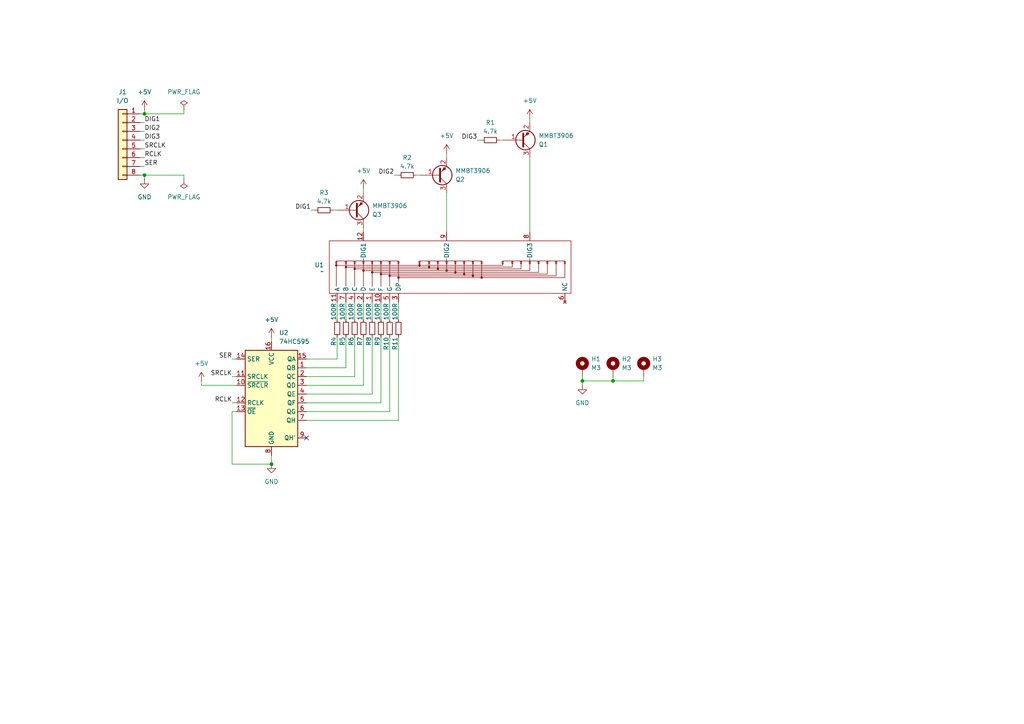
<source format=kicad_sch>
(kicad_sch (version 20231120) (generator "eeschema") (generator_version "8.0")
  (paper "A4")
  (lib_symbols
    (symbol "74xx:74HC595"
      (property "Reference" "U" (at -7.62 13.97 0))
      (property "Value" "74HC595" (at -7.62 -16.51 0))
      (symbol "74HC595_1_0"
        (pin tri_state line (at 10.16 7.62 180) (length 2.54) (name "QB") (number "1"))
        (pin input line (at -10.16 2.54 0) (length 2.54) (name "~{SRCLR}") (number "10"))
        (pin input line (at -10.16 5.08 0) (length 2.54) (name "SRCLK") (number "11"))
        (pin input line (at -10.16 -2.54 0) (length 2.54) (name "RCLK") (number "12"))
        (pin input line (at -10.16 -5.08 0) (length 2.54) (name "~{OE}") (number "13"))
        (pin input line (at -10.16 10.16 0) (length 2.54) (name "SER") (number "14"))
        (pin tri_state line (at 10.16 10.16 180) (length 2.54) (name "QA") (number "15"))
        (pin power_in line (at 0 15.24 270) (length 2.54) (name "VCC") (number "16"))
        (pin tri_state line (at 10.16 5.08 180) (length 2.54) (name "QC") (number "2"))
        (pin tri_state line (at 10.16 2.54 180) (length 2.54) (name "QD") (number "3"))
        (pin tri_state line (at 10.16 0 180) (length 2.54) (name "QE") (number "4"))
        (pin tri_state line (at 10.16 -2.54 180) (length 2.54) (name "QF") (number "5"))
        (pin tri_state line (at 10.16 -5.08 180) (length 2.54) (name "QG") (number "6"))
        (pin tri_state line (at 10.16 -7.62 180) (length 2.54) (name "QH") (number "7"))
        (pin power_in line (at 0 -17.78 90) (length 2.54) (name "GND") (number "8"))
        (pin output line (at 10.16 -12.7 180) (length 2.54) (name "QH'") (number "9"))
      )
      (symbol "74HC595_1_1"
        (rectangle (start -7.62 12.7) (end 7.62 -15.24) (stroke (width 0.254)) (fill (type background)))
      )
    )
    (symbol "Connector_Generic:Conn_01x08" (pin_names (offset 1.016) hide)
      (property "Reference" "J" (at 0 10.16 0))
      (property "Value" "Conn_01x08" (at 0 -12.7 0))
      (symbol "Conn_01x08_1_1"
        (rectangle (start -1.27 -10.033) (end 0 -10.287) (stroke (width 0.1524)))
        (rectangle (start -1.27 -7.493) (end 0 -7.747) (stroke (width 0.1524)))
        (rectangle (start -1.27 -4.953) (end 0 -5.207) (stroke (width 0.1524)))
        (rectangle (start -1.27 -2.413) (end 0 -2.667) (stroke (width 0.1524)))
        (rectangle (start -1.27 0.127) (end 0 -0.127) (stroke (width 0.1524)))
        (rectangle (start -1.27 2.667) (end 0 2.413) (stroke (width 0.1524)))
        (rectangle (start -1.27 5.207) (end 0 4.953) (stroke (width 0.1524)))
        (rectangle (start -1.27 7.747) (end 0 7.493) (stroke (width 0.1524)))
        (rectangle (start -1.27 8.89) (end 1.27 -11.43) (stroke (width 0.254)) (fill (type background)))
        (pin passive line (at -5.08 7.62 0) (length 3.81) (name "Pin_1") (number "1"))
        (pin passive line (at -5.08 5.08 0) (length 3.81) (name "Pin_2") (number "2"))
        (pin passive line (at -5.08 2.54 0) (length 3.81) (name "Pin_3") (number "3"))
        (pin passive line (at -5.08 0 0) (length 3.81) (name "Pin_4") (number "4"))
        (pin passive line (at -5.08 -2.54 0) (length 3.81) (name "Pin_5") (number "5"))
        (pin passive line (at -5.08 -5.08 0) (length 3.81) (name "Pin_6") (number "6"))
        (pin passive line (at -5.08 -7.62 0) (length 3.81) (name "Pin_7") (number "7"))
        (pin passive line (at -5.08 -10.16 0) (length 3.81) (name "Pin_8") (number "8"))
      )
    )
    (symbol "Device:R_Small" (pin_numbers hide) (pin_names (offset 0.254) hide)
      (property "Reference" "R" (at 0.762 0.508 0))
      (property "Value" "R_Small" (at 0.762 -1.016 0))
      (symbol "R_Small_0_1"
        (rectangle (start -0.762 1.778) (end 0.762 -1.778) (stroke (width 0.2032)))
      )
      (symbol "R_Small_1_1"
        (pin passive line (at 0 2.54 270) (length 0.762) (name "~") (number "1"))
        (pin passive line (at 0 -2.54 90) (length 0.762) (name "~") (number "2"))
      )
    )
    (symbol "FJ5361BH_1"
      (property "Reference" "U" (at 33.528 8.89 0))
      (symbol "FJ5361BH_1_0_1"
        (polyline (pts (xy -32.258 1.016) (xy -31.75 1.016)))
        (polyline (pts (xy -32.004 1.016) (xy -32.004 -5.588)))
        (polyline (pts (xy -32.004 1.524) (xy -32.004 1.778)))
        (polyline (pts (xy -29.464 1.016) (xy -28.956 1.016)))
        (polyline (pts (xy -29.21 1.016) (xy -29.21 -5.588)))
        (polyline (pts (xy -29.21 1.016) (xy -29.21 1.016)))
        (polyline (pts (xy -29.21 1.524) (xy -29.21 1.778)))
        (polyline (pts (xy -26.924 1.016) (xy -26.416 1.016)))
        (polyline (pts (xy -26.67 1.016) (xy -26.67 -5.588)))
        (polyline (pts (xy -26.67 1.016) (xy -26.67 1.016)))
        (polyline (pts (xy -26.67 1.524) (xy -26.67 1.778)))
        (polyline (pts (xy -24.384 1.016) (xy -23.876 1.016)))
        (polyline (pts (xy -24.13 1.016) (xy -24.13 -5.588)))
        (polyline (pts (xy -24.13 1.524) (xy -24.13 1.778)))
        (polyline (pts (xy -21.844 1.016) (xy -21.336 1.016)))
        (polyline (pts (xy -21.59 1.016) (xy -21.59 -5.588)))
        (polyline (pts (xy -21.59 1.524) (xy -21.59 1.778)))
        (polyline (pts (xy -19.304 1.016) (xy -18.796 1.016)))
        (polyline (pts (xy -19.05 1.016) (xy -19.05 -5.588)))
        (polyline (pts (xy -19.05 1.524) (xy -19.05 1.778)))
        (polyline (pts (xy -16.764 1.016) (xy -16.256 1.016)))
        (polyline (pts (xy -16.51 1.016) (xy -16.51 -5.588)))
        (polyline (pts (xy -16.51 1.524) (xy -16.51 1.778)))
        (polyline (pts (xy -14.224 1.016) (xy -13.716 1.016)))
        (polyline (pts (xy -13.97 1.016) (xy -13.97 -4.318)))
        (polyline (pts (xy -13.97 1.524) (xy -13.97 1.778)))
        (polyline (pts (xy -8.128 1.016) (xy -7.62 1.016)))
        (polyline (pts (xy -7.874 1.524) (xy -7.874 1.778)))
        (polyline (pts (xy -5.334 1.016) (xy -4.826 1.016)))
        (polyline (pts (xy -5.08 1.524) (xy -5.08 1.778)))
        (polyline (pts (xy -2.794 1.016) (xy -2.286 1.016)))
        (polyline (pts (xy -2.54 1.524) (xy -2.54 1.778)))
        (polyline (pts (xy -0.254 1.016) (xy 0.254 1.016)))
        (polyline (pts (xy 0 1.524) (xy 0 1.778)))
        (polyline (pts (xy 2.286 1.016) (xy 2.794 1.016)))
        (polyline (pts (xy 2.54 1.524) (xy 2.54 1.778)))
        (polyline (pts (xy 4.826 1.016) (xy 5.334 1.016)))
        (polyline (pts (xy 5.08 1.524) (xy 5.08 1.778)))
        (polyline (pts (xy 7.366 1.016) (xy 7.874 1.016)))
        (polyline (pts (xy 7.62 1.524) (xy 7.62 1.778)))
        (polyline (pts (xy 9.906 1.016) (xy 10.414 1.016)))
        (polyline (pts (xy 10.16 1.524) (xy 10.16 1.778)))
        (polyline (pts (xy 16.002 1.016) (xy 16.51 1.016)))
        (polyline (pts (xy 16.256 1.524) (xy 16.256 1.778)))
        (polyline (pts (xy 18.796 1.016) (xy 19.304 1.016)))
        (polyline (pts (xy 19.05 1.524) (xy 19.05 1.778)))
        (polyline (pts (xy 21.336 1.016) (xy 21.844 1.016)))
        (polyline (pts (xy 21.59 1.524) (xy 21.59 1.778)))
        (polyline (pts (xy 23.876 1.016) (xy 24.384 1.016)))
        (polyline (pts (xy 24.13 1.524) (xy 24.13 1.778)))
        (polyline (pts (xy 26.416 1.016) (xy 26.924 1.016)))
        (polyline (pts (xy 26.67 1.524) (xy 26.67 1.778)))
        (polyline (pts (xy 28.956 1.016) (xy 29.464 1.016)))
        (polyline (pts (xy 29.21 1.524) (xy 29.21 1.778)))
        (polyline (pts (xy 31.496 1.016) (xy 32.004 1.016)))
        (polyline (pts (xy 31.75 1.524) (xy 31.75 1.778)))
        (polyline (pts (xy 34.036 1.016) (xy 34.544 1.016)))
        (polyline (pts (xy 34.29 1.524) (xy 34.29 1.778)))
        (polyline (pts (xy -32.004 0.508) (xy -7.874 0.508) (xy -7.874 1.016)))
        (polyline (pts (xy -7.874 0.508) (xy 16.256 0.508) (xy 16.256 1.016)))
        (polyline (pts (xy -32.258 1.524) (xy -32.004 1.016) (xy -31.75 1.524) (xy -32.258 1.524)))
        (polyline (pts (xy -29.464 1.524) (xy -29.21 1.016) (xy -28.956 1.524) (xy -29.464 1.524)))
        (polyline (pts (xy -26.924 1.524) (xy -26.67 1.016) (xy -26.416 1.524) (xy -26.924 1.524)))
        (polyline (pts (xy -24.384 1.524) (xy -24.13 1.016) (xy -23.876 1.524) (xy -24.384 1.524)))
        (polyline (pts (xy -21.844 1.524) (xy -21.59 1.016) (xy -21.336 1.524) (xy -21.844 1.524)))
        (polyline (pts (xy -19.304 1.524) (xy -19.05 1.016) (xy -18.796 1.524) (xy -19.304 1.524)))
        (polyline (pts (xy -16.764 1.524) (xy -16.51 1.016) (xy -16.256 1.524) (xy -16.764 1.524)))
        (polyline (pts (xy -14.224 1.524) (xy -13.97 1.016) (xy -13.716 1.524) (xy -14.224 1.524)))
        (polyline (pts (xy -8.128 1.524) (xy -7.874 1.016) (xy -7.62 1.524) (xy -8.128 1.524)))
        (polyline (pts (xy -5.334 1.524) (xy -5.08 1.016) (xy -4.826 1.524) (xy -5.334 1.524)))
        (polyline (pts (xy -2.794 1.524) (xy -2.54 1.016) (xy -2.286 1.524) (xy -2.794 1.524)))
        (polyline (pts (xy -0.254 1.524) (xy 0 1.016) (xy 0.254 1.524) (xy -0.254 1.524)))
        (polyline (pts (xy 2.286 1.524) (xy 2.54 1.016) (xy 2.794 1.524) (xy 2.286 1.524)))
        (polyline (pts (xy 4.826 1.524) (xy 5.08 1.016) (xy 5.334 1.524) (xy 4.826 1.524)))
        (polyline (pts (xy 7.366 1.524) (xy 7.62 1.016) (xy 7.874 1.524) (xy 7.366 1.524)))
        (polyline (pts (xy 9.906 1.524) (xy 10.16 1.016) (xy 10.414 1.524) (xy 9.906 1.524)))
        (polyline (pts (xy 16.002 1.524) (xy 16.256 1.016) (xy 16.51 1.524) (xy 16.002 1.524)))
        (polyline (pts (xy 18.796 1.524) (xy 19.05 1.016) (xy 19.304 1.524) (xy 18.796 1.524)))
        (polyline (pts (xy 21.336 1.524) (xy 21.59 1.016) (xy 21.844 1.524) (xy 21.336 1.524)))
        (polyline (pts (xy 23.876 1.524) (xy 24.13 1.016) (xy 24.384 1.524) (xy 23.876 1.524)))
        (polyline (pts (xy 26.416 1.524) (xy 26.67 1.016) (xy 26.924 1.524) (xy 26.416 1.524)))
        (polyline (pts (xy 28.956 1.524) (xy 29.21 1.016) (xy 29.464 1.524) (xy 28.956 1.524)))
        (polyline (pts (xy 31.496 1.524) (xy 31.75 1.016) (xy 32.004 1.524) (xy 31.496 1.524)))
        (polyline (pts (xy 34.036 1.524) (xy 34.29 1.016) (xy 34.544 1.524) (xy 34.036 1.524)))
      )
      (symbol "FJ5361BH_1_1_1"
        (rectangle (start -34.036 7.62) (end 36.068 -7.62))
        (circle (center -32.004 0.508) (radius 0.254) (fill (type outline)))
        (circle (center -29.21 0) (radius 0.254) (fill (type outline)))
        (circle (center -26.67 -0.508) (radius 0.254) (fill (type outline)))
        (circle (center -24.13 -1.016) (radius 0.254) (fill (type outline)))
        (circle (center -21.59 -1.524) (radius 0.254) (fill (type outline)))
        (circle (center -19.05 -2.032) (radius 0.254) (fill (type outline)))
        (circle (center -16.51 -2.54) (radius 0.254) (fill (type outline)))
        (circle (center -13.97 -3.048) (radius 0.254) (fill (type outline)))
        (circle (center -7.874 0.508) (radius 0.254) (fill (type outline)))
        (circle (center -5.08 0) (radius 0.254) (fill (type outline)))
        (circle (center -2.54 -0.508) (radius 0.254) (fill (type outline)))
        (circle (center 0 -1.016) (radius 0.254) (fill (type outline)))
        (polyline (pts (xy -32.004 1.778) (xy -13.97 1.778)))
        (polyline (pts (xy -24.13 1.778) (xy -24.13 2.54)))
        (polyline (pts (xy -7.874 1.778) (xy 10.16 1.778)))
        (polyline (pts (xy 0 1.778) (xy 0 2.54)))
        (polyline (pts (xy 16.256 1.778) (xy 34.29 1.778)))
        (polyline (pts (xy 24.13 1.778) (xy 24.13 2.54)))
        (polyline (pts (xy -29.21 0) (xy -5.08 0) (xy -5.08 1.016)))
        (polyline (pts (xy -26.67 -0.508) (xy -2.54 -0.508) (xy -2.54 1.016)))
        (polyline (pts (xy -24.13 -1.016) (xy 0 -1.016) (xy 0 1.016)))
        (polyline (pts (xy -21.59 -1.524) (xy 2.54 -1.524) (xy 2.54 1.016)))
        (polyline (pts (xy -19.05 -2.032) (xy 5.08 -2.032) (xy 5.08 1.016)))
        (polyline (pts (xy -5.08 0) (xy 19.05 0) (xy 19.05 1.016)))
        (polyline (pts (xy -2.54 -0.508) (xy 21.59 -0.508) (xy 21.59 1.016)))
        (polyline (pts (xy 0 -1.016) (xy 24.13 -1.016) (xy 24.13 1.016)))
        (polyline (pts (xy 2.54 -1.524) (xy 26.67 -1.524) (xy 26.67 1.016)))
        (polyline (pts (xy 5.08 -2.032) (xy 29.21 -2.032) (xy 29.21 1.016)))
        (polyline (pts (xy 7.62 -2.54) (xy 31.75 -2.54) (xy 31.75 1.016)))
        (polyline (pts (xy 7.62 1.016) (xy 7.62 -2.54) (xy -16.51 -2.54)))
        (polyline (pts (xy 10.16 -3.048) (xy 34.29 -3.048) (xy 34.29 1.016)))
        (polyline (pts (xy 10.16 1.016) (xy 10.16 -3.048) (xy -13.97 -3.048)))
        (circle (center 2.54 -1.524) (radius 0.254) (fill (type outline)))
        (circle (center 5.08 -2.032) (radius 0.254) (fill (type outline)))
        (circle (center 7.62 -2.54) (radius 0.254) (fill (type outline)))
        (circle (center 10.16 -3.048) (radius 0.254) (fill (type outline)))
        (pin input line (at -21.59 -10.16 90) (length 2.54) (name "E") (number "1"))
        (pin input line (at -19.05 -10.16 90) (length 2.54) (name "F") (number "10"))
        (pin input line (at -31.75 -10.16 90) (length 2.54) (name "A") (number "11"))
        (pin input line (at -24.13 10.16 270) (length 2.54) (name "DIG1") (number "12"))
        (pin input line (at -24.13 -10.16 90) (length 2.54) (name "D") (number "2"))
        (pin input line (at -13.97 -10.16 90) (length 2.54) (name "DP") (number "3"))
        (pin input line (at -26.67 -10.16 90) (length 2.54) (name "C") (number "4"))
        (pin input line (at -16.51 -10.16 90) (length 2.54) (name "G") (number "5"))
        (pin no_connect line (at 34.29 -10.16 90) (length 2.54) (name "NC") (number "6"))
        (pin input line (at -29.21 -10.16 90) (length 2.54) (name "B") (number "7"))
        (pin input line (at 24.13 10.16 270) (length 2.54) (name "DIG3") (number "8"))
        (pin input line (at 0 10.16 270) (length 2.54) (name "DIG2") (number "9"))
      )
    )
    (symbol "Mechanical:MountingHole_Pad" (pin_numbers hide) (pin_names (offset 1.016) hide) (exclude_from_sim yes) (in_bom no)
      (property "Reference" "H" (at 0 6.35 0))
      (property "Value" "MountingHole_Pad" (at 0 4.445 0))
      (symbol "MountingHole_Pad_0_1"
        (circle (center 0 1.27) (radius 1.27) (stroke (width 1.27)))
      )
      (symbol "MountingHole_Pad_1_1"
        (pin input line (at 0 -2.54 90) (length 2.54) (name "1") (number "1"))
      )
    )
    (symbol "Transistor_BJT:MMBT3906" (pin_names (offset 0) hide)
      (property "Reference" "Q" (at 5.08 1.905 0))
      (property "Value" "MMBT3906" (at 5.08 0 0))
      (symbol "MMBT3906_0_1"
        (polyline (pts (xy 0.635 0.635) (xy 2.54 2.54)))
        (polyline (pts (xy 0.635 -0.635) (xy 2.54 -2.54) (xy 2.54 -2.54)))
        (polyline (pts (xy 0.635 1.905) (xy 0.635 -1.905) (xy 0.635 -1.905)) (stroke (width 0.508)))
        (polyline (pts (xy 2.286 -1.778) (xy 1.778 -2.286) (xy 1.27 -1.27) (xy 2.286 -1.778) (xy 2.286 -1.778)) (fill (type outline)))
        (circle (center 1.27 0) (radius 2.8194) (stroke (width 0.254)))
      )
      (symbol "MMBT3906_1_1"
        (pin input line (at -5.08 0 0) (length 5.715) (name "B") (number "1"))
        (pin passive line (at 2.54 -5.08 90) (length 2.54) (name "E") (number "2"))
        (pin passive line (at 2.54 5.08 270) (length 2.54) (name "C") (number "3"))
      )
    )
    (symbol "power:+5V" (power) (pin_numbers hide) (pin_names (offset 0) hide)
      (property "Value" "+5V" (at 0 3.556 0))
      (symbol "+5V_0_1"
        (polyline (pts (xy -0.762 1.27) (xy 0 2.54)))
        (polyline (pts (xy 0 0) (xy 0 2.54)))
        (polyline (pts (xy 0 2.54) (xy 0.762 1.27)))
      )
      (symbol "+5V_1_1"
        (pin power_in line (at 0 0 90) (length 0) (name "~") (number "1"))
      )
    )
    (symbol "power:GND" (power) (pin_numbers hide) (pin_names (offset 0) hide)
      (property "Value" "GND" (at 0 -3.81 0))
      (symbol "GND_0_1"
        (polyline (pts (xy 0 0) (xy 0 -1.27) (xy 1.27 -1.27) (xy 0 -2.54) (xy -1.27 -1.27) (xy 0 -1.27)))
      )
      (symbol "GND_1_1"
        (pin power_in line (at 0 0 270) (length 0) (name "~") (number "1"))
      )
    )
    (symbol "power:PWR_FLAG" (power) (pin_numbers hide) (pin_names (offset 0) hide)
      (property "Value" "PWR_FLAG" (at 0 3.81 0))
      (symbol "PWR_FLAG_0_0"
        (pin power_out line (at 0 0 90) (length 0) (name "~") (number "1"))
      )
      (symbol "PWR_FLAG_0_1"
        (polyline (pts (xy 0 0) (xy 0 1.27) (xy -1.016 1.905) (xy 0 2.54) (xy 1.016 1.905) (xy 0 1.27)))
      )
    )
  )
  (junction (at 168.91 110.49))
  (junction (at 41.91 50.8))
  (junction (at 41.91 33.02))
  (junction (at 78.74 134.62))
  (junction (at 177.8 110.49))
  (no_connect (at 88.9 127))
  (wire (pts (xy 41.91 33.02) (xy 41.91 31.75)))
  (wire (pts (xy 40.64 33.02) (xy 41.91 33.02)))
  (wire (pts (xy 40.64 38.1) (xy 41.91 38.1)))
  (wire (pts (xy 88.9 111.76) (xy 105.41 111.76)))
  (wire (pts (xy 144.78 40.64) (xy 146.05 40.64)))
  (wire (pts (xy 68.58 119.38) (xy 67.31 119.38)))
  (wire (pts (xy 105.41 111.76) (xy 105.41 97.79)))
  (wire (pts (xy 100.33 87.63) (xy 100.33 92.71)))
  (wire (pts (xy 40.64 35.56) (xy 41.91 35.56)))
  (wire (pts (xy 115.57 121.92) (xy 115.57 97.79)))
  (wire (pts (xy 97.79 104.14) (xy 97.79 97.79)))
  (wire (pts (xy 53.34 52.07) (xy 53.34 50.8)))
  (wire (pts (xy 88.9 119.38) (xy 113.03 119.38)))
  (wire (pts (xy 129.54 55.88) (xy 129.54 67.31)))
  (wire (pts (xy 114.3 50.8) (xy 115.57 50.8)))
  (wire (pts (xy 113.03 119.38) (xy 113.03 97.79)))
  (wire (pts (xy 177.8 110.49) (xy 186.69 110.49)))
  (wire (pts (xy 40.64 50.8) (xy 41.91 50.8)))
  (wire (pts (xy 110.49 116.84) (xy 110.49 97.79)))
  (wire (pts (xy 115.57 87.63) (xy 115.57 92.71)))
  (wire (pts (xy 177.8 109.22) (xy 177.8 110.49)))
  (wire (pts (xy 113.03 87.63) (xy 113.03 92.71)))
  (wire (pts (xy 107.95 114.3) (xy 107.95 97.79)))
  (wire (pts (xy 153.67 45.72) (xy 153.67 67.31)))
  (wire (pts (xy 40.64 40.64) (xy 41.91 40.64)))
  (wire (pts (xy 97.79 87.63) (xy 97.79 92.71)))
  (wire (pts (xy 186.69 109.22) (xy 186.69 110.49)))
  (wire (pts (xy 67.31 116.84) (xy 68.58 116.84)))
  (wire (pts (xy 107.95 87.63) (xy 107.95 92.71)))
  (wire (pts (xy 58.42 111.76) (xy 58.42 110.49)))
  (wire (pts (xy 120.65 50.8) (xy 121.92 50.8)))
  (wire (pts (xy 41.91 50.8) (xy 53.34 50.8)))
  (wire (pts (xy 105.41 66.04) (xy 105.41 67.31)))
  (wire (pts (xy 78.74 97.79) (xy 78.74 99.06)))
  (wire (pts (xy 67.31 109.22) (xy 68.58 109.22)))
  (wire (pts (xy 40.64 43.18) (xy 41.91 43.18)))
  (wire (pts (xy 68.58 111.76) (xy 58.42 111.76)))
  (wire (pts (xy 67.31 134.62) (xy 78.74 134.62)))
  (wire (pts (xy 67.31 119.38) (xy 67.31 134.62)))
  (wire (pts (xy 177.8 110.49) (xy 168.91 110.49)))
  (wire (pts (xy 88.9 116.84) (xy 110.49 116.84)))
  (wire (pts (xy 168.91 110.49) (xy 168.91 111.76)))
  (wire (pts (xy 100.33 106.68) (xy 100.33 97.79)))
  (wire (pts (xy 168.91 109.22) (xy 168.91 110.49)))
  (wire (pts (xy 88.9 109.22) (xy 102.87 109.22)))
  (wire (pts (xy 102.87 109.22) (xy 102.87 97.79)))
  (wire (pts (xy 88.9 114.3) (xy 107.95 114.3)))
  (wire (pts (xy 88.9 104.14) (xy 97.79 104.14)))
  (wire (pts (xy 96.52 60.96) (xy 97.79 60.96)))
  (wire (pts (xy 90.17 60.96) (xy 91.44 60.96)))
  (wire (pts (xy 88.9 106.68) (xy 100.33 106.68)))
  (wire (pts (xy 138.43 40.64) (xy 139.7 40.64)))
  (wire (pts (xy 129.54 44.45) (xy 129.54 45.72)))
  (wire (pts (xy 53.34 31.75) (xy 53.34 33.02)))
  (wire (pts (xy 105.41 54.61) (xy 105.41 55.88)))
  (wire (pts (xy 105.41 87.63) (xy 105.41 92.71)))
  (wire (pts (xy 88.9 121.92) (xy 115.57 121.92)))
  (wire (pts (xy 153.67 34.29) (xy 153.67 35.56)))
  (wire (pts (xy 41.91 50.8) (xy 41.91 52.07)))
  (wire (pts (xy 67.31 104.14) (xy 68.58 104.14)))
  (wire (pts (xy 53.34 33.02) (xy 41.91 33.02)))
  (wire (pts (xy 40.64 45.72) (xy 41.91 45.72)))
  (wire (pts (xy 110.49 87.63) (xy 110.49 92.71)))
  (wire (pts (xy 78.74 132.08) (xy 78.74 134.62)))
  (wire (pts (xy 40.64 48.26) (xy 41.91 48.26)))
  (wire (pts (xy 102.87 87.63) (xy 102.87 92.71)))
  (label "DIG1" (at 90.17 60.96 180))
  (label "DIG3" (at 138.43 40.64 180))
  (label "SER" (at 41.91 48.26 0))
  (label "DIG1" (at 41.91 35.56 0))
  (label "SRCLK" (at 67.31 109.22 180))
  (label "RCLK" (at 67.31 116.84 180))
  (label "SRCLK" (at 41.91 43.18 0))
  (label "DIG2" (at 41.91 38.1 0))
  (label "SER" (at 67.31 104.14 180))
  (label "RCLK" (at 41.91 45.72 0))
  (label "DIG3" (at 41.91 40.64 0))
  (label "DIG2" (at 114.3 50.8 180))
  (symbol (lib_id "power:+5V") (at 105.41 54.61 0) (unit 1)
    (property "Reference" "#PWR05" (effects (hide yes)))
    (property "Value" "+5V" (at 105.41 49.53 0))
    (property "Description" "Power symbol creates a global label with name \"+5V\"" (effects (hide yes)))
  )
  (symbol (lib_id "Device:R_Small") (at 142.24 40.64 90) (unit 1)
    (property "Reference" "R1" (at 142.24 35.56 90))
    (property "Value" "4.7k" (at 142.24 38.1 90))
    (property "Footprint" "Resistor_SMD:R_0603_1608Metric_Pad0.98x0.95mm_HandSolder" (effects (hide yes)))
    (property "Description" "Resistor, small symbol" (effects (hide yes)))
  )
  (symbol (lib_id "Device:R_Small") (at 105.41 95.25 0) (unit 1)
    (property "Reference" "R7" (at 104.394 100.33 90) (effects (justify left)))
    (property "Value" "100R" (at 104.394 92.964 90) (effects (justify left)))
    (property "Footprint" "Resistor_SMD:R_0603_1608Metric_Pad0.98x0.95mm_HandSolder" (effects (hide yes)))
    (property "Description" "Resistor, small symbol" (effects (hide yes)))
  )
  (symbol (lib_id "Transistor_BJT:MMBT3906") (at 102.87 60.96 0) (mirror x) (unit 1)
    (property "Reference" "Q3" (at 107.95 62.2301 0) (effects (justify left)))
    (property "Value" "MMBT3906" (at 107.95 59.6901 0) (effects (justify left)))
    (property "Footprint" "Package_TO_SOT_SMD:SOT-23" (effects (hide yes)))
    (property "Datasheet" "https://www.onsemi.com/pdf/datasheet/pzt3906-d.pdf" (effects (hide yes)))
    (property "Description" "-0.2A Ic, -40V Vce, Small Signal PNP Transistor, SOT-23" (effects (hide yes)))
  )
  (symbol (lib_id "Device:R_Small") (at 97.79 95.25 0) (unit 1)
    (property "Reference" "R4" (at 96.774 100.33 90) (effects (justify left)))
    (property "Value" "100R" (at 96.774 92.964 90) (effects (justify left)))
    (property "Footprint" "Resistor_SMD:R_0603_1608Metric_Pad0.98x0.95mm_HandSolder" (effects (hide yes)))
    (property "Description" "Resistor, small symbol" (effects (hide yes)))
  )
  (symbol (lib_id "Device:R_Small") (at 102.87 95.25 0) (unit 1)
    (property "Reference" "R6" (at 101.854 100.33 90) (effects (justify left)))
    (property "Value" "100R" (at 101.854 92.964 90) (effects (justify left)))
    (property "Footprint" "Resistor_SMD:R_0603_1608Metric_Pad0.98x0.95mm_HandSolder" (effects (hide yes)))
    (property "Description" "Resistor, small symbol" (effects (hide yes)))
  )
  (symbol (lib_id "power:+5V") (at 153.67 34.29 0) (unit 1)
    (property "Reference" "#PWR02" (effects (hide yes)))
    (property "Value" "+5V" (at 153.67 29.21 0))
    (property "Description" "Power symbol creates a global label with name \"+5V\"" (effects (hide yes)))
  )
  (symbol (lib_id "Mechanical:MountingHole_Pad") (at 177.8 106.68 0) (unit 1) (exclude_from_sim yes) (in_bom no)
    (property "Reference" "H2" (at 180.34 104.1399 0) (effects (justify left)))
    (property "Value" "M3" (at 180.34 106.6799 0) (effects (justify left)))
    (property "Footprint" "MountingHole:MountingHole_3.2mm_M3_DIN965_Pad" (effects (hide yes)))
    (property "Description" "Mounting Hole with connection" (effects (hide yes)))
  )
  (symbol (lib_id "74xx:74HC595") (at 78.74 114.3 0) (unit 1)
    (property "Reference" "U2" (at 80.9341 96.52 0) (effects (justify left)))
    (property "Value" "74HC595" (at 80.9341 99.06 0) (effects (justify left)))
    (property "Footprint" "Package_SO:SOP-16_3.9x9.9mm_P1.27mm" (effects (hide yes)))
    (property "Datasheet" "http://www.ti.com/lit/ds/symlink/sn74hc595.pdf" (effects (hide yes)))
    (property "Description" "8-bit serial in/out Shift Register 3-State Outputs" (effects (hide yes)))
  )
  (symbol (lib_id "Device:R_Small") (at 100.33 95.25 0) (unit 1)
    (property "Reference" "R5" (at 99.314 100.33 90) (effects (justify left)))
    (property "Value" "100R" (at 99.314 92.964 90) (effects (justify left)))
    (property "Footprint" "Resistor_SMD:R_0603_1608Metric_Pad0.98x0.95mm_HandSolder" (effects (hide yes)))
    (property "Description" "Resistor, small symbol" (effects (hide yes)))
  )
  (symbol (lib_id "Mechanical:MountingHole_Pad") (at 186.69 106.68 0) (unit 1) (exclude_from_sim yes) (in_bom no)
    (property "Reference" "H3" (at 189.23 104.1399 0) (effects (justify left)))
    (property "Value" "M3" (at 189.23 106.6799 0) (effects (justify left)))
    (property "Footprint" "MountingHole:MountingHole_3.2mm_M3_DIN965_Pad" (effects (hide yes)))
    (property "Description" "Mounting Hole with connection" (effects (hide yes)))
  )
  (symbol (lib_id "power:+5V") (at 58.42 110.49 0) (unit 1)
    (property "Reference" "#PWR07" (effects (hide yes)))
    (property "Value" "+5V" (at 58.42 105.41 0))
    (property "Description" "Power symbol creates a global label with name \"+5V\"" (effects (hide yes)))
  )
  (symbol (lib_id "Device:R_Small") (at 110.49 95.25 0) (unit 1)
    (property "Reference" "R9" (at 109.474 100.33 90) (effects (justify left)))
    (property "Value" "100R" (at 109.474 92.964 90) (effects (justify left)))
    (property "Footprint" "Resistor_SMD:R_0603_1608Metric_Pad0.98x0.95mm_HandSolder" (effects (hide yes)))
    (property "Description" "Resistor, small symbol" (effects (hide yes)))
  )
  (symbol (lib_id "power:GND") (at 41.91 52.07 0) (unit 1)
    (property "Reference" "#PWR04" (effects (hide yes)))
    (property "Value" "GND" (at 41.91 57.15 0))
    (property "Description" "Power symbol creates a global label with name \"GND\" , ground" (effects (hide yes)))
  )
  (symbol (lib_id "power:+5V") (at 129.54 44.45 0) (unit 1)
    (property "Reference" "#PWR03" (effects (hide yes)))
    (property "Value" "+5V" (at 129.54 39.37 0))
    (property "Description" "Power symbol creates a global label with name \"+5V\"" (effects (hide yes)))
  )
  (symbol (lib_id "power:+5V") (at 41.91 31.75 0) (unit 1)
    (property "Reference" "#PWR01" (effects (hide yes)))
    (property "Value" "+5V" (at 41.91 26.67 0))
    (property "Description" "Power symbol creates a global label with name \"+5V\"" (effects (hide yes)))
  )
  (symbol (lib_id "power:PWR_FLAG") (at 53.34 31.75 0) (unit 1)
    (property "Reference" "#FLG01" (effects (hide yes)))
    (property "Value" "PWR_FLAG" (at 53.34 26.67 0))
    (property "Description" "Special symbol for telling ERC where power comes from" (effects (hide yes)))
  )
  (symbol (lib_id "Device:R_Small") (at 107.95 95.25 0) (unit 1)
    (property "Reference" "R8" (at 106.934 100.33 90) (effects (justify left)))
    (property "Value" "100R" (at 106.934 92.964 90) (effects (justify left)))
    (property "Footprint" "Resistor_SMD:R_0603_1608Metric_Pad0.98x0.95mm_HandSolder" (effects (hide yes)))
    (property "Description" "Resistor, small symbol" (effects (hide yes)))
  )
  (symbol (lib_id "Device:R_Small") (at 115.57 95.25 0) (unit 1)
    (property "Reference" "R11" (at 114.554 101.6 90) (effects (justify left)))
    (property "Value" "100R" (at 114.554 92.964 90) (effects (justify left)))
    (property "Footprint" "Resistor_SMD:R_0603_1608Metric_Pad0.98x0.95mm_HandSolder" (effects (hide yes)))
    (property "Description" "Resistor, small symbol" (effects (hide yes)))
  )
  (symbol (lib_id "Device:R_Small") (at 118.11 50.8 90) (unit 1)
    (property "Reference" "R2" (at 118.11 45.72 90))
    (property "Value" "4.7k" (at 118.11 48.26 90))
    (property "Footprint" "Resistor_SMD:R_0603_1608Metric_Pad0.98x0.95mm_HandSolder" (effects (hide yes)))
    (property "Description" "Resistor, small symbol" (effects (hide yes)))
  )
  (symbol (lib_id "Device:R_Small") (at 113.03 95.25 0) (unit 1)
    (property "Reference" "R10" (at 112.014 101.6 90) (effects (justify left)))
    (property "Value" "100R" (at 112.014 92.964 90) (effects (justify left)))
    (property "Footprint" "Resistor_SMD:R_0603_1608Metric_Pad0.98x0.95mm_HandSolder" (effects (hide yes)))
    (property "Description" "Resistor, small symbol" (effects (hide yes)))
  )
  (symbol (lib_id "power:PWR_FLAG") (at 53.34 52.07 180) (unit 1)
    (property "Reference" "#FLG02" (effects (hide yes)))
    (property "Value" "PWR_FLAG" (at 53.34 57.15 0))
    (property "Description" "Special symbol for telling ERC where power comes from" (effects (hide yes)))
  )
  (symbol (lib_id "power:+5V") (at 78.74 97.79 0) (unit 1)
    (property "Reference" "#PWR06" (effects (hide yes)))
    (property "Value" "+5V" (at 78.74 92.71 0))
    (property "Description" "Power symbol creates a global label with name \"+5V\"" (effects (hide yes)))
  )
  (symbol (lib_id "power:GND") (at 168.91 111.76 0) (unit 1)
    (property "Reference" "#PWR09" (effects (hide yes)))
    (property "Value" "GND" (at 168.91 116.84 0))
    (property "Description" "Power symbol creates a global label with name \"GND\" , ground" (effects (hide yes)))
  )
  (symbol (lib_name "FJ5361BH_1") (lib_id "FJ5361BH:FJ5361BH") (at 129.54 77.47 0) (unit 1)
    (property "Reference" "U1" (at 93.98 76.8349 0) (effects (justify right)))
    (property "Value" "~" (at 93.98 78.74 0) (effects (justify right)))
    (property "Footprint" "FJ5361BH:FJ5361BH" (effects (hide yes)))
  )
  (symbol (lib_id "Transistor_BJT:MMBT3906") (at 127 50.8 0) (mirror x) (unit 1)
    (property "Reference" "Q2" (at 132.08 52.0701 0) (effects (justify left)))
    (property "Value" "MMBT3906" (at 132.08 49.5301 0) (effects (justify left)))
    (property "Footprint" "Package_TO_SOT_SMD:SOT-23" (effects (hide yes)))
    (property "Datasheet" "https://www.onsemi.com/pdf/datasheet/pzt3906-d.pdf" (effects (hide yes)))
    (property "Description" "-0.2A Ic, -40V Vce, Small Signal PNP Transistor, SOT-23" (effects (hide yes)))
  )
  (symbol (lib_id "Transistor_BJT:MMBT3906") (at 151.13 40.64 0) (mirror x) (unit 1)
    (property "Reference" "Q1" (at 156.21 41.9101 0) (effects (justify left)))
    (property "Value" "MMBT3906" (at 156.21 39.3701 0) (effects (justify left)))
    (property "Footprint" "Package_TO_SOT_SMD:SOT-23" (effects (hide yes)))
    (property "Datasheet" "https://www.onsemi.com/pdf/datasheet/pzt3906-d.pdf" (effects (hide yes)))
    (property "Description" "-0.2A Ic, -40V Vce, Small Signal PNP Transistor, SOT-23" (effects (hide yes)))
  )
  (symbol (lib_id "Mechanical:MountingHole_Pad") (at 168.91 106.68 0) (unit 1) (exclude_from_sim yes) (in_bom no)
    (property "Reference" "H1" (at 171.45 104.1399 0) (effects (justify left)))
    (property "Value" "M3" (at 171.45 106.6799 0) (effects (justify left)))
    (property "Footprint" "MountingHole:MountingHole_3.2mm_M3_DIN965_Pad" (effects (hide yes)))
    (property "Description" "Mounting Hole with connection" (effects (hide yes)))
  )
  (symbol (lib_id "Connector_Generic:Conn_01x08") (at 35.56 40.64 0) (mirror y) (unit 1)
    (property "Reference" "J1" (at 35.56 26.67 0))
    (property "Value" "I/O" (at 35.56 29.21 0))
    (property "Footprint" "Connector_PinHeader_2.54mm:PinHeader_1x08_P2.54mm_Vertical" (effects (hide yes)))
    (property "Description" "Generic connector, single row, 01x08, script generated (kicad-library-utils/schlib/autogen/connector/)" (effects (hide yes)))
  )
  (symbol (lib_id "power:GND") (at 78.74 134.62 0) (unit 1)
    (property "Reference" "#PWR08" (effects (hide yes)))
    (property "Value" "GND" (at 78.74 139.7 0))
    (property "Description" "Power symbol creates a global label with name \"GND\" , ground" (effects (hide yes)))
  )
  (symbol (lib_id "Device:R_Small") (at 93.98 60.96 90) (unit 1)
    (property "Reference" "R3" (at 93.98 55.88 90))
    (property "Value" "4.7k" (at 93.98 58.42 90))
    (property "Footprint" "Resistor_SMD:R_0603_1608Metric_Pad0.98x0.95mm_HandSolder" (effects (hide yes)))
    (property "Description" "Resistor, small symbol" (effects (hide yes)))
  )
)
</source>
